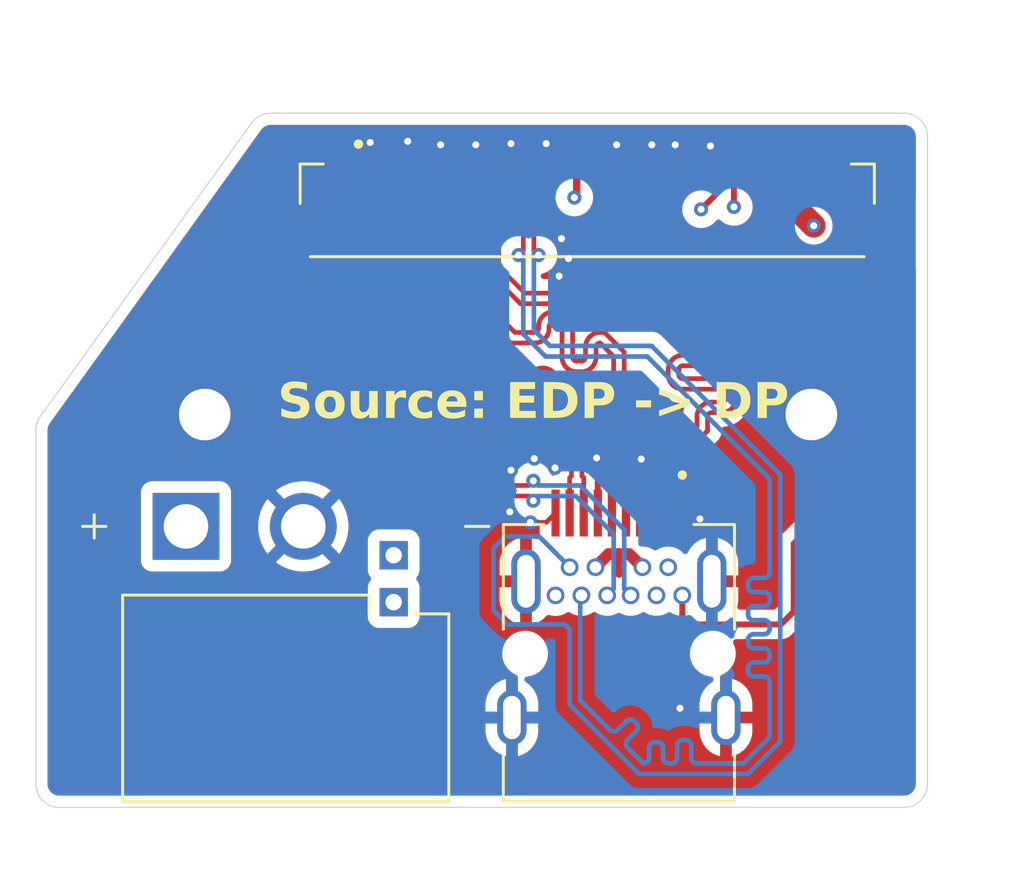
<source format=kicad_pcb>
(kicad_pcb (version 20241229) (generator "pcbnew") (generator_version "9.0")
  (layers (0 "F.Cu" signal) (4 "In1.Cu" power) (6 "In2.Cu" power) (2 "B.Cu" signal) (13 "F.Paste" user) (15 "B.Paste" user) (5 "F.SilkS" user "F.Silkscreen") (7 "B.SilkS" user "B.Silkscreen") (1 "F.Mask" user) (3 "B.Mask" user) (25 "Edge.Cuts" user))
  (net 0 "")
  (net 1 "+3.3V")
  (net 2 "GND")
  (net 3 "AUX_P")
  (net 4 "2_EDP_TX_P")
  (net 5 "2_EDP_TX_N")
  (net 6 "1_EDP_TX_N")
  (net 7 "BLK_PWM_LCD")
  (net 8 "BLK_OFF_N")
  (net 9 "+5V")
  (net 10 "AUX_N")
  (net 11 "3_EDP_TX_P")
  (net 12 "3_EDP_TX_N")
  (net 13 "0_EDP_TX_P")
  (net 14 "0_EDP_TX_N")
  (net 15 "EDP_HPD")
  (net 16 "1_EDP_TX_P")
  (footprint "SnapEDA:AMASS_XT30PW_2_2_-M.G.B" (layer "F.Cu") (at 132.175 112.2)
    (property "Reference" "J2" (hide yes))
    (property "Value" "XT30PW_2_2_-M.G.B")
    (pad "N" thru_hole circle (at 0.75 -7.33) (size 2.85 2.85) (drill 1.9) (layers "*.Cu" "*.Mask") (net 2 "GND"))
    (pad "P" thru_hole rect (at -4.25 -7.33) (size 2.85 2.85) (drill 1.9) (layers "*.Cu" "*.Mask") (net 9 "+5V"))
    (pad "S1" thru_hole rect (at 4.6 -4.1) (size 1.208 1.208) (drill oval 0.7) (layers "*.Cu" "*.Mask") (net 7 "BLK_PWM_LCD"))
    (pad "S2" thru_hole rect (at 4.6 -6.1) (size 1.208 1.208) (drill oval 0.7) (layers "*.Cu" "*.Mask") (net 8 "BLK_OFF_N"))
  )
  (footprint "SnapEDA:AMPHENOL_G46M2013201AWEU" (layer "F.Cu") (at 146.375 110.3)
    (property "Reference" "J3" (hide yes))
    (property "Value" "G46M2013201AWEU")
    (pad "" np_thru_hole circle (at -4 0) (size 1.45 1.45) (drill 1.45) (layers "*.Cu" "*.Mask"))
    (pad "" np_thru_hole circle (at 4 0) (size 1.45 1.45) (drill 1.45) (layers "*.Cu" "*.Mask"))
    (pad "1" smd rect (at 2.7 -6) (size 0.35 2) (layers "F.Cu" "F.Mask" "F.Paste") (net 2 "GND"))
    (pad "2" thru_hole circle (at 2.7 -2.49) (size 0.75 0.75) (drill 0.5) (layers "*.Cu" "*.Mask") (net 15 "EDP_HPD"))
    (pad "3" smd rect (at 2.1 -6) (size 0.35 2) (layers "F.Cu" "F.Mask" "F.Paste") (net 13 "0_EDP_TX_P"))
    (pad "4" thru_hole circle (at 2.1 -3.69) (size 0.75 0.75) (drill 0.5) (layers "*.Cu" "*.Mask") (net 1 "+3.3V"))
    (pad "5" smd rect (at 1.5 -6) (size 0.35 2) (layers "F.Cu" "F.Mask" "F.Paste") (net 14 "0_EDP_TX_N"))
    (pad "6" thru_hole circle (at 1.6 -2.49) (size 0.75 0.75) (drill 0.5) (layers "*.Cu" "*.Mask") (net 1 "+3.3V"))
    (pad "7" smd rect (at 0.9 -6) (size 0.35 2) (layers "F.Cu" "F.Mask" "F.Paste") (net 2 "GND"))
    (pad "8" thru_hole circle (at 1 -3.69) (size 0.75 0.75) (drill 0.5) (layers "*.Cu" "*.Mask") (net 2 "GND"))
    (pad "9" smd rect (at 0.3 -6) (size 0.35 2) (layers "F.Cu" "F.Mask" "F.Paste") (net 16 "1_EDP_TX_P"))
    (pad "10" thru_hole circle (at 0.5 -2.49) (size 0.75 0.75) (drill 0.5) (layers "*.Cu" "*.Mask") (net 11 "3_EDP_TX_P"))
    (pad "11" smd rect (at -0.3 -6) (size 0.35 2) (layers "F.Cu" "F.Mask" "F.Paste") (net 6 "1_EDP_TX_N"))
    (pad "12" thru_hole circle (at -0.5 -2.49) (size 0.75 0.75) (drill 0.5) (layers "*.Cu" "*.Mask") (net 12 "3_EDP_TX_N"))
    (pad "13" smd rect (at -0.9 -6) (size 0.35 2) (layers "F.Cu" "F.Mask" "F.Paste") (net 2 "GND"))
    (pad "14" thru_hole circle (at -1 -3.69) (size 0.75 0.75) (drill 0.5) (layers "*.Cu" "*.Mask") (net 2 "GND"))
    (pad "15" smd rect (at -1.5 -6) (size 0.35 2) (layers "F.Cu" "F.Mask" "F.Paste") (net 4 "2_EDP_TX_P"))
    (pad "16" thru_hole circle (at -1.6 -2.49) (size 0.75 0.75) (drill 0.5) (layers "*.Cu" "*.Mask") (net 3 "AUX_P"))
    (pad "17" smd rect (at -2.1 -6) (size 0.35 2) (layers "F.Cu" "F.Mask" "F.Paste") (net 5 "2_EDP_TX_N"))
    (pad "18" thru_hole circle (at -2.1 -3.69) (size 0.75 0.75) (drill 0.5) (layers "*.Cu" "*.Mask") (net 10 "AUX_N"))
    (pad "19" smd rect (at -2.7 -6) (size 0.35 2) (layers "F.Cu" "F.Mask" "F.Paste") (net 2 "GND"))
    (pad "20" thru_hole circle (at -2.7 -2.49) (size 0.75 0.75) (drill 0.5) (layers "*.Cu" "*.Mask") (net 1 "+3.3V"))
    (pad "S1" thru_hole oval (at -4.56 2.72) (size 1.25 2.35) (drill oval 0.75 1.85) (layers "*.Cu" "*.Mask") (net 2 "GND"))
    (pad "S2" thru_hole oval (at 4.56 2.72) (size 1.25 2.35) (drill oval 0.75 1.85) (layers "*.Cu" "*.Mask") (net 2 "GND"))
    (pad "S3" thru_hole oval (at -3.96 -3.09) (size 1.25 2.75) (drill oval 0.75 2.25) (layers "*.Cu" "*.Mask") (net 2 "GND"))
    (pad "S4" thru_hole oval (at 3.96 -3.09) (size 1.25 2.75) (drill oval 0.75 2.25) (layers "*.Cu" "*.Mask") (net 2 "GND"))
  )
  (footprint "MountingHole:MountingHole_2.2mm_M2_DIN965_Pad_TopBottom" (layer "F.Cu") (at 128.725 100.1)
    (property "Reference" "H1" (hide yes))
    (property "Value" "MountingHole_Pad")
    (pad "1" thru_hole circle (at 0 0) (size 2.6 2.6) (drill 2.2) (layers "*.Cu" "*.Mask") (net 2 "GND"))
    (pad "1" connect circle (at 0 0) (size 3.8 3.8) (layers "F.Cu" "F.Mask") (net 2 "GND"))
    (pad "1" connect circle (at 0 0) (size 3.8 3.8) (layers "B.Cu" "B.Mask") (net 2 "GND"))
  )
  (footprint "SnapEDA:IPEX_20455-040E-76" (layer "F.Cu") (at 145.025 91.47)
    (property "Reference" "J1" (hide yes))
    (property "Value" "20455-040E-76")
    (pad "1" smd rect (at -9.75 -1.92) (size 0.25 0.9) (layers "F.Cu" "F.Mask" "F.Paste"))
    (pad "2" smd rect (at -9.25 -1.92) (size 0.25 0.9) (layers "F.Cu" "F.Mask" "F.Paste") (net 2 "GND"))
    (pad "3" smd rect (at -8.75 -1.92) (size 0.25 0.9) (layers "F.Cu" "F.Mask" "F.Paste") (net 12 "3_EDP_TX_N"))
    (pad "4" smd rect (at -8.25 -1.92) (size 0.25 0.9) (layers "F.Cu" "F.Mask" "F.Paste") (net 11 "3_EDP_TX_P"))
    (pad "5" smd rect (at -7.75 -1.92) (size 0.25 0.9) (layers "F.Cu" "F.Mask" "F.Paste") (net 2 "GND"))
    (pad "6" smd rect (at -7.25 -1.92) (size 0.25 0.9) (layers "F.Cu" "F.Mask" "F.Paste") (net 5 "2_EDP_TX_N"))
    (pad "7" smd rect (at -6.75 -1.92) (size 0.25 0.9) (layers "F.Cu" "F.Mask" "F.Paste") (net 4 "2_EDP_TX_P"))
    (pad "8" smd rect (at -6.25 -1.92) (size 0.25 0.9) (layers "F.Cu" "F.Mask" "F.Paste") (net 2 "GND"))
    (pad "9" smd rect (at -5.75 -1.92) (size 0.25 0.9) (layers "F.Cu" "F.Mask" "F.Paste") (net 6 "1_EDP_TX_N"))
    (pad "10" smd rect (at -5.25 -1.92) (size 0.25 0.9) (layers "F.Cu" "F.Mask" "F.Paste") (net 16 "1_EDP_TX_P"))
    (pad "11" smd rect (at -4.75 -1.92) (size 0.25 0.9) (layers "F.Cu" "F.Mask" "F.Paste") (net 2 "GND"))
    (pad "12" smd rect (at -4.25 -1.92) (size 0.25 0.9) (layers "F.Cu" "F.Mask" "F.Paste") (net 14 "0_EDP_TX_N"))
    (pad "13" smd rect (at -3.75 -1.92) (size 0.25 0.9) (layers "F.Cu" "F.Mask" "F.Paste") (net 13 "0_EDP_TX_P"))
    (pad "14" smd rect (at -3.25 -1.92) (size 0.25 0.9) (layers "F.Cu" "F.Mask" "F.Paste") (net 2 "GND"))
    (pad "15" smd rect (at -2.75 -1.92) (size 0.25 0.9) (layers "F.Cu" "F.Mask" "F.Paste") (net 3 "AUX_P"))
    (pad "16" smd rect (at -2.25 -1.92) (size 0.25 0.9) (layers "F.Cu" "F.Mask" "F.Paste") (net 10 "AUX_N"))
    (pad "17" smd rect (at -1.75 -1.92) (size 0.25 0.9) (layers "F.Cu" "F.Mask" "F.Paste") (net 2 "GND"))
    (pad "18" smd rect (at -1.25 -1.92) (size 0.25 0.9) (layers "F.Cu" "F.Mask" "F.Paste") (net 1 "+3.3V"))
    (pad "19" smd rect (at -0.75 -1.92) (size 0.25 0.9) (layers "F.Cu" "F.Mask" "F.Paste") (net 1 "+3.3V"))
    (pad "20" smd rect (at -0.25 -1.92) (size 0.25 0.9) (layers "F.Cu" "F.Mask" "F.Paste") (net 1 "+3.3V"))
    (pad "21" smd rect (at 0.25 -1.92) (size 0.25 0.9) (layers "F.Cu" "F.Mask" "F.Paste") (net 1 "+3.3V"))
    (pad "22" smd rect (at 0.75 -1.92) (size 0.25 0.9) (layers "F.Cu" "F.Mask" "F.Paste"))
    (pad "23" smd rect (at 1.25 -1.92) (size 0.25 0.9) (layers "F.Cu" "F.Mask" "F.Paste") (net 2 "GND"))
    (pad "24" smd rect (at 1.75 -1.92) (size 0.25 0.9) (layers "F.Cu" "F.Mask" "F.Paste") (net 2 "GND"))
    (pad "25" smd rect (at 2.25 -1.92) (size 0.25 0.9) (layers "F.Cu" "F.Mask" "F.Paste") (net 2 "GND"))
    (pad "26" smd rect (at 2.75 -1.92) (size 0.25 0.9) (layers "F.Cu" "F.Mask" "F.Paste") (net 2 "GND"))
    (pad "27" smd rect (at 3.25 -1.92) (size 0.25 0.9) (layers "F.Cu" "F.Mask" "F.Paste") (net 15 "EDP_HPD"))
    (pad "28" smd rect (at 3.75 -1.92) (size 0.25 0.9) (layers "F.Cu" "F.Mask" "F.Paste") (net 2 "GND"))
    (pad "29" smd rect (at 4.25 -1.92) (size 0.25 0.9) (layers "F.Cu" "F.Mask" "F.Paste") (net 2 "GND"))
    (pad "30" smd rect (at 4.75 -1.92) (size 0.25 0.9) (layers "F.Cu" "F.Mask" "F.Paste") (net 2 "GND"))
    (pad "31" smd rect (at 5.25 -1.92) (size 0.25 0.9) (layers "F.Cu" "F.Mask" "F.Paste") (net 2 "GND"))
    (pad "32" smd rect (at 5.75 -1.92) (size 0.25 0.9) (layers "F.Cu" "F.Mask" "F.Paste") (net 8 "BLK_OFF_N"))
    (pad "33" smd rect (at 6.25 -1.92) (size 0.25 0.9) (layers "F.Cu" "F.Mask" "F.Paste") (net 7 "BLK_PWM_LCD"))
    (pad "34" smd rect (at 6.75 -1.92) (size 0.25 0.9) (layers "F.Cu" "F.Mask" "F.Paste"))
    (pad "35" smd rect (at 7.25 -1.92) (size 0.25 0.9) (layers "F.Cu" "F.Mask" "F.Paste"))
    (pad "36" smd rect (at 7.75 -1.92) (size 0.25 0.9) (layers "F.Cu" "F.Mask" "F.Paste") (net 9 "+5V"))
    (pad "37" smd rect (at 8.25 -1.92) (size 0.25 0.9) (layers "F.Cu" "F.Mask" "F.Paste") (net 9 "+5V"))
    (pad "38" smd rect (at 8.75 -1.92) (size 0.25 0.9) (layers "F.Cu" "F.Mask" "F.Paste") (net 9 "+5V"))
    (pad "39" smd rect (at 9.25 -1.92) (size 0.25 0.9) (layers "F.Cu" "F.Mask" "F.Paste") (net 9 "+5V"))
    (pad "40" smd rect (at 9.75 -1.92) (size 0.25 0.9) (layers "F.Cu" "F.Mask" "F.Paste"))
    (pad "S1" smd rect (at -10.65 -1.92) (size 0.55 0.9) (layers "F.Cu" "F.Mask" "F.Paste") (net 2 "GND"))
    (pad "S2" smd rect (at -12.85 0.9) (size 1.4 1.9) (layers "F.Cu" "F.Mask" "F.Paste") (net 2 "GND"))
    (pad "S3" smd rect (at 10.65 -1.92) (size 0.55 0.9) (layers "F.Cu" "F.Mask" "F.Paste") (net 2 "GND"))
    (pad "S4" smd rect (at 12.85 0.9) (size 1.4 1.9) (layers "F.Cu" "F.Mask" "F.Paste") (net 2 "GND"))
  )
  (footprint "MountingHole:MountingHole_2.2mm_M2_DIN965_Pad_TopBottom" (layer "F.Cu") (at 154.575 100.1)
    (property "Reference" "H2" (hide yes))
    (property "Value" "MountingHole_Pad")
    (pad "1" thru_hole circle (at 0 0) (size 2.6 2.6) (drill 2.2) (layers "*.Cu" "*.Mask") (net 2 "GND"))
    (pad "1" connect circle (at 0 0) (size 3.8 3.8) (layers "F.Cu" "F.Mask") (net 2 "GND"))
    (pad "1" connect circle (at 0 0) (size 3.8 3.8) (layers "B.Cu" "B.Mask") (net 2 "GND"))
  )
  (gr_arc (start 122.525 116.85) (mid 121.817893 116.557107) (end 121.525 115.85) (stroke (width 0.05)) (layer "Edge.Cuts"))
  (gr_line (start 121.713349 100.188294) (end 130.725709 87.665857) (stroke (width 0.05)) (layer "Edge.Cuts"))
  (gr_line (start 159.525 115.85) (end 159.525 88.25) (stroke (width 0.05)) (layer "Edge.Cuts"))
  (gr_arc (start 159.525 115.85) (mid 159.232107 116.557107) (end 158.525 116.85) (stroke (width 0.05)) (layer "Edge.Cuts"))
  (gr_line (start 121.525 115.85) (end 121.525 100.772437) (stroke (width 0.05)) (layer "Edge.Cuts"))
  (gr_arc (start 130.725709 87.665857) (mid 131.081365 87.360001) (end 131.53736 87.25) (stroke (width 0.05)) (layer "Edge.Cuts"))
  (gr_arc (start 121.525 100.772437) (mid 121.573251 100.465558) (end 121.713349 100.188294) (stroke (width 0.05)) (layer "Edge.Cuts"))
  (gr_arc (start 158.525 87.25) (mid 159.232107 87.542893) (end 159.525 88.25) (stroke (width 0.05)) (layer "Edge.Cuts"))
  (gr_line (start 158.525 87.25) (end 131.53736 87.25) (stroke (width 0.05)) (layer "Edge.Cuts"))
  (gr_line (start 122.525 116.85) (end 158.525 116.85) (stroke (width 0.05)) (layer "Edge.Cuts"))
  (gr_text "Source: EDP -> DP" (at 131.825 100.5 0) (layer "F.SilkS") (effects (font (size 1.5 1.5) (thickness 0.3) (bold yes)) (justify left bottom)))
  (segment (start 144.575 90.05) (end 144.575 90.75) (width 0.3175) (layer "F.Cu") (net 1))
  (segment (start 144.575 90.75) (end 144.475 90.85) (width 0.3175) (layer "F.Cu") (net 1))
  (segment (start 144.275 89.55) (end 144.575 89.85) (width 0.3175) (layer "F.Cu") (net 1))
  (segment (start 144.575 89.85) (end 144.575 90.05) (width 0.3175) (layer "F.Cu") (net 1))
  (segment (start 143.775 89.55) (end 145.275 89.55) (width 0.3175) (layer "F.Cu") (net 1))
  (via (at 144.475 90.85) (size 0.6) (drill 0.3) (layers "F.Cu" "B.Cu") (net 1))
  (segment (start 147.775 89.55) (end 147.775 88.6) (width 0.254) (layer "F.Cu") (net 2))
  (segment (start 140.275 89.55) (end 140.275 88.6) (width 0.254) (layer "F.Cu") (net 2))
  (segment (start 138.775 89.55) (end 138.775 88.6) (width 0.254) (layer "F.Cu") (net 2))
  (segment (start 141.775 89.55) (end 141.775 88.55) (width 0.254) (layer "F.Cu") (net 2))
  (segment (start 137.275 88.55) (end 137.375 88.45) (width 0.254) (layer "F.Cu") (net 2))
  (segment (start 149.075 104.3) (end 149.575 104.3) (width 0.254) (layer "F.Cu") (net 2))
  (segment (start 150.275 89.55) (end 150.275 88.65) (width 0.254) (layer "F.Cu") (net 2))
  (segment (start 147.275 102.05) (end 147.325 102) (width 0.254) (layer "F.Cu") (net 2))
  (segment (start 137.275 89.55) (end 137.275 88.55) (width 0.254) (layer "F.Cu") (net 2))
  (segment (start 147.375 106.61) (end 147.375 106.45) (width 0.254) (layer "F.Cu") (net 2))
  (segment (start 146.275 89.55) (end 146.275 88.6) (width 0.254) (layer "F.Cu") (net 2))
  (segment (start 135.775 89.55) (end 135.775 88.5) (width 0.254) (layer "F.Cu") (net 2))
  (segment (start 143.275 104.7) (end 142.6 104.7) (width 0.2) (layer "F.Cu") (net 2))
  (segment (start 149.575 104.3) (end 149.825 104.55) (width 0.254) (layer "F.Cu") (net 2))
  (segment (start 145.375 106.61) (end 145.465 106.61) (width 0.254) (layer "F.Cu") (net 2))
  (segment (start 143.675 104.3) (end 143.275 104.7) (width 0.2) (layer "F.Cu") (net 2))
  (segment (start 145.475 102) (end 145.425 101.95) (width 0.254) (layer "F.Cu") (net 2))
  (segment (start 145.475 104.3) (end 145.475 102) (width 0.254) (layer "F.Cu") (net 2))
  (segment (start 148.775 89.55) (end 148.775 88.6) (width 0.254) (layer "F.Cu") (net 2))
  (segment (start 147.275 104.3) (end 147.275 102.05) (width 0.254) (layer "F.Cu") (net 2))
  (segment (start 143.275 89.55) (end 143.275 88.55) (width 0.254) (layer "F.Cu") (net 2))
  (via (at 140.275 88.6) (size 0.6) (drill 0.3) (layers "F.Cu" "B.Cu") (net 2))
  (via (at 135.775 88.5) (size 0.6) (drill 0.3) (layers "F.Cu" "B.Cu") (net 2))
  (via (at 143.825 94.2) (size 0.6) (drill 0.3) (layers "F.Cu" "B.Cu") (net 2))
  (via (at 141.775 102.475) (size 0.6) (drill 0.3) (layers "F.Cu" "B.Cu") (net 2))
  (via (at 150.275 88.65) (size 0.6) (drill 0.3) (layers "F.Cu" "B.Cu") (net 2))
  (via (at 141.775 88.55) (size 0.6) (drill 0.3) (layers "F.Cu" "B.Cu") (net 2))
  (via (at 145.425 101.95) (size 0.6) (drill 0.3) (layers "F.Cu" "B.Cu") (net 2))
  (via (at 148.775 88.6) (size 0.6) (drill 0.3) (layers "F.Cu" "B.Cu") (net 2))
  (via (at 148.975 112.625) (size 0.6) (drill 0.3) (layers "F.Cu" "B.Cu") (net 2))
  (via (at 147.325 102) (size 0.6) (drill 0.3) (layers "F.Cu" "B.Cu") (net 2))
  (via (at 141.725 104.25) (size 0.6) (drill 0.3) (layers "F.Cu" "B.Cu") (net 2))
  (via (at 146.275 88.6) (size 0.6) (drill 0.3) (layers "F.Cu" "B.Cu") (net 2))
  (via (at 138.775 88.6) (size 0.6) (drill 0.3) (layers "F.Cu" "B.Cu") (net 2))
  (via (at 147.775 88.6) (size 0.6) (drill 0.3) (layers "F.Cu" "B.Cu") (net 2))
  (via (at 149.825 104.55) (size 0.6) (drill 0.3) (layers "F.Cu" "B.Cu") (net 2))
  (via (at 142.767447 101.978722) (size 0.6) (drill 0.3) (layers "F.Cu" "B.Cu") (net 2))
  (via (at 143.925 92.6) (size 0.6) (drill 0.3) (layers "F.Cu" "B.Cu") (net 2))
  (via (at 142.6 104.7) (size 0.6) (drill 0.3) (layers "F.Cu" "B.Cu") (net 2))
  (via (at 137.375 88.45) (size 0.6) (drill 0.3) (layers "F.Cu" "B.Cu") (net 2))
  (via (at 143.65 102.375) (size 0.6) (drill 0.3) (layers "F.Cu" "B.Cu") (net 2))
  (via (at 144.225 93.45) (size 0.6) (drill 0.3) (layers "F.Cu" "B.Cu") (net 2))
  (via (at 143.275 88.55) (size 0.6) (drill 0.3) (layers "F.Cu" "B.Cu") (net 2))
  (segment (start 150.935 113.02) (end 150.935 112.96) (width 0.254) (layer "B.Cu") (net 2))
  (segment (start 142.299999 93.100001) (end 142.1 93.3) (width 0.2) (layer "F.Cu") (net 3))
  (segment (start 142.299999 89.574999) (end 142.299999 93.100001) (width 0.2) (layer "F.Cu") (net 3))
  (segment (start 142.275 89.55) (end 142.299999 89.574999) (width 0.2) (layer "F.Cu") (net 3))
  (via (at 142.1 93.3) (size 0.6) (drill 0.3) (layers "F.Cu" "B.Cu") (net 3))
  (segment (start 149.458198 114.215) (end 149.458198 114.735) (width 0.2) (layer "B.Cu") (net 3))
  (segment (start 150.349059 114.975) (end 151.681802 114.975) (width 0.2) (layer "B.Cu") (net 3))
  (segment (start 147.115846 113.597847) (end 146.748149 113.965541) (width 0.2) (layer "B.Cu") (net 3))
  (segment (start 146.74815 114.304953) (end 146.833004 114.389806) (width 0.2) (layer "B.Cu") (net 3))
  (segment (start 149.698198 114.975) (end 149.818198 114.975) (width 0.2) (layer "B.Cu") (net 3))
  (segment (start 152.119262 110.668228) (end 152.56 110.668228) (width 0.2) (layer "B.Cu") (net 3))
  (segment (start 152.119252 107.068228) (end 152.56 107.068228) (width 0.2) (layer "B.Cu") (net 3))
  (segment (start 152.119256 108.268228) (end 152.56 108.268228) (width 0.2) (layer "B.Cu") (net 3))
  (segment (start 147.292623 114.849425) (end 147.418198 114.975) (width 0.2) (layer "B.Cu") (net 3))
  (segment (start 142.299999 93.499999) (end 142.1 93.3) (width 0.2) (layer "B.Cu") (net 3))
  (segment (start 147.658198 114.735) (end 147.658198 114.315) (width 0.2) (layer "B.Cu") (net 3))
  (segment (start 148.858198 114.735) (end 148.858198 114.215) (width 0.2) (layer "B.Cu") (net 3))
  (segment (start 148.498198 114.975) (end 148.618198 114.975) (width 0.2) (layer "B.Cu") (net 3))
  (segment (start 152.56 111.268228) (end 152.119262 111.268228) (width 0.2) (layer "B.Cu") (net 3))
  (segment (start 149.818198 114.975) (end 150.349059 114.975) (width 0.2) (layer "B.Cu") (net 3))
  (segment (start 152.56 108.868228) (end 152.119256 108.868228) (width 0.2) (layer "B.Cu") (net 3))
  (segment (start 143.25 97.625) (end 142.299999 96.674999) (width 0.2) (layer "B.Cu") (net 3))
  (segment (start 148.258198 114.315) (end 148.258198 114.735) (width 0.2) (layer "B.Cu") (net 3))
  (segment (start 152.8 109.228228) (end 152.8 109.108228) (width 0.2) (layer "B.Cu") (net 3))
  (segment (start 149.098198 113.975) (end 149.218198 113.975) (width 0.2) (layer "B.Cu") (net 3))
  (segment (start 151.681802 114.975) (end 152.8 113.856802) (width 0.2) (layer "B.Cu") (net 3))
  (segment (start 144.725001 107.859999) (end 144.725001 112.281803) (width 0.2) (layer "B.Cu") (net 3))
  (segment (start 151.879252 107.428228) (end 151.879252 107.308228) (width 0.2) (layer "B.Cu") (net 3))
  (segment (start 152.8 102.843198) (end 147.581802 97.625) (width 0.2) (layer "B.Cu") (net 3))
  (segment (start 152.8 106.828228) (end 152.8 106.708228) (width 0.2) (layer "B.Cu") (net 3))
  (segment (start 152.8 108.028228) (end 152.8 107.908228) (width 0.2) (layer "B.Cu") (net 3))
  (segment (start 147.898198 114.075) (end 148.018198 114.075) (width 0.2) (layer "B.Cu") (net 3))
  (segment (start 151.879262 109.828228) (end 151.879262 109.708228) (width 0.2) (layer "B.Cu") (net 3))
  (segment (start 152.56 110.068228) (end 152.119262 110.068228) (width 0.2) (layer "B.Cu") (net 3))
  (segment (start 147.581802 97.625) (end 143.25 97.625) (width 0.2) (layer "B.Cu") (net 3))
  (segment (start 146.323888 113.541279) (end 146.691582 113.173582) (width 0.2) (layer "B.Cu") (net 3))
  (segment (start 144.725001 112.281803) (end 145.984476 113.541278) (width 0.2) (layer "B.Cu") (net 3))
  (segment (start 142.299999 96.674999) (end 142.299999 93.499999) (width 0.2) (layer "B.Cu") (net 3))
  (segment (start 147.030994 113.173583) (end 147.115846 113.258435) (width 0.2) (layer "B.Cu") (net 3))
  (segment (start 144.775 107.81) (end 144.725001 107.859999) (width 0.2) (layer "B.Cu") (net 3))
  (segment (start 152.8 110.428228) (end 152.8 110.308228) (width 0.2) (layer "B.Cu") (net 3))
  (segment (start 151.879262 111.028228) (end 151.879262 110.908228) (width 0.2) (layer "B.Cu") (net 3))
  (segment (start 152.8 113.856802) (end 152.8 111.508228) (width 0.2) (layer "B.Cu") (net 3))
  (segment (start 151.879256 108.628228) (end 151.879256 108.508228) (width 0.2) (layer "B.Cu") (net 3))
  (segment (start 152.8 106.708228) (end 152.8 105.87173) (width 0.2) (layer "B.Cu") (net 3))
  (segment (start 152.119262 109.468228) (end 152.56 109.468228) (width 0.2) (layer "B.Cu") (net 3))
  (segment (start 152.8 105.87173) (end 152.8 102.843198) (width 0.2) (layer "B.Cu") (net 3))
  (segment (start 152.56 107.668228) (end 152.119252 107.668228) (width 0.2) (layer "B.Cu") (net 3))
  (segment (start 146.833004 114.389806) (end 147.292623 114.849425) (width 0.2) (layer "B.Cu") (net 3))
  (arc (start 152.8 107.908228) (mid 152.729706 107.738522) (end 152.56 107.668228) (width 0.2) (layer "B.Cu") (net 3))
  (arc (start 147.418198 114.975) (mid 147.587904 114.904706) (end 147.658198 114.735) (width 0.2) (layer "B.Cu") (net 3))
  (arc (start 152.119252 107.668228) (mid 151.949546 107.597934) (end 151.879252 107.428228) (width 0.2) (layer "B.Cu") (net 3))
  (arc (start 152.56 107.068228) (mid 152.729706 106.997934) (end 152.8 106.828228) (width 0.2) (layer "B.Cu") (net 3))
  (arc (start 152.8 110.308228) (mid 152.729706 110.138522) (end 152.56 110.068228) (width 0.2) (layer "B.Cu") (net 3))
  (arc (start 152.8 109.108228) (mid 152.729706 108.938522) (end 152.56 108.868228) (width 0.2) (layer "B.Cu") (net 3))
  (arc (start 148.258198 114.735) (mid 148.328492 114.904706) (end 148.498198 114.975) (width 0.2) (layer "B.Cu") (net 3))
  (arc (start 146.691582 113.173582) (mid 146.861288 113.103289) (end 147.030994 113.173583) (width 0.2) (layer "B.Cu") (net 3))
  (arc (start 152.119262 110.068228) (mid 151.949556 109.997934) (end 151.879262 109.828228) (width 0.2) (layer "B.Cu") (net 3))
  (arc (start 151.879252 107.308228) (mid 151.949546 107.138522) (end 152.119252 107.068228) (width 0.2) (layer "B.Cu") (net 3))
  (arc (start 151.879262 109.708228) (mid 151.949556 109.538522) (end 152.119262 109.468228) (width 0.2) (layer "B.Cu") (net 3))
  (arc (start 152.56 110.668228) (mid 152.729706 110.597934) (end 152.8 110.428228) (width 0.2) (layer "B.Cu") (net 3))
  (arc (start 148.018198 114.075) (mid 148.187904 114.145294) (end 148.258198 114.315) (width 0.2) (layer "B.Cu") (net 3))
  (arc (start 148.858198 114.215) (mid 148.928492 114.045294) (end 149.098198 113.975) (width 0.2) (layer "B.Cu") (net 3))
  (arc (start 149.218198 113.975) (mid 149.387904 114.045294) (end 149.458198 114.215) (width 0.2) (layer "B.Cu") (net 3))
  (arc (start 152.8 111.508228) (mid 152.729706 111.338522) (end 152.56 111.268228) (width 0.2) (layer "B.Cu") (net 3))
  (arc (start 145.984476 113.541278) (mid 146.154182 113.611572) (end 146.323888 113.541279) (width 0.2) (layer "B.Cu") (net 3))
  (arc (start 152.119262 111.268228) (mid 151.949556 111.197934) (end 151.879262 111.028228) (width 0.2) (layer "B.Cu") (net 3))
  (arc (start 147.658198 114.315) (mid 147.728492 114.145294) (end 147.898198 114.075) (width 0.2) (layer "B.Cu") (net 3))
  (arc (start 147.115846 113.258435) (mid 147.18614 113.42814) (end 147.115846 113.597847) (width 0.2) (layer "B.Cu") (net 3))
  (arc (start 152.119256 108.868228) (mid 151.94955 108.797934) (end 151.879256 108.628228) (width 0.2) (layer "B.Cu") (net 3))
  (arc (start 151.879256 108.508228) (mid 151.94955 108.338522) (end 152.119256 108.268228) (width 0.2) (layer "B.Cu") (net 3))
  (arc (start 152.56 108.268228) (mid 152.729706 108.197934) (end 152.8 108.028228) (width 0.2) (layer "B.Cu") (net 3))
  (arc (start 146.748149 113.965541) (mid 146.677856 114.135247) (end 146.74815 114.304953) (width 0.2) (layer "B.Cu") (net 3))
  (arc (start 151.879262 110.908228) (mid 151.949556 110.738522) (end 152.119262 110.668228) (width 0.2) (layer "B.Cu") (net 3))
  (arc (start 148.618198 114.975) (mid 148.787904 114.904706) (end 148.858198 114.735) (width 0.2) (layer "B.Cu") (net 3))
  (arc (start 149.458198 114.735) (mid 149.528492 114.904706) (end 149.698198 114.975) (width 0.2) (layer "B.Cu") (net 3))
  (arc (start 152.56 109.468228) (mid 152.729706 109.397934) (end 152.8 109.228228) (width 0.2) (layer "B.Cu") (net 3))
  (segment (start 138.275 90.225001) (end 138.275 89.55) (width 0.2) (layer "F.Cu") (net 4))
  (segment (start 142.848189 100.188874) (end 143.131032 99.906031) (width 0.2) (layer "F.Cu") (net 4))
  (segment (start 143.131032 99.906032) (end 143.29013 99.746934) (width 0.2) (layer "F.Cu") (net 4))
  (segment (start 139.86066 98.049873) (end 139.719238 97.908451) (width 0.2) (layer "F.Cu") (net 4))
  (segment (start 143.237101 100.577786) (end 142.936582 100.878306) (width 0.2) (layer "F.Cu") (net 4))
  (segment (start 144.8 101.981802) (end 144.390901 101.572703) (width 0.2) (layer "F.Cu") (net 4))
  (segment (start 144.390901 100.847703) (end 144.120985 100.577787) (width 0.2) (layer "F.Cu") (net 4))
  (segment (start 141.133453 99.075178) (end 141.433973 98.774659) (width 0.2) (layer "F.Cu") (net 4))
  (segment (start 138.994455 96.33514) (end 138.693936 96.63566) (width 0.2) (layer "F.Cu") (net 4))
  (segment (start 143.29013 99.746934) (end 143.714394 99.322669) (width 0.2) (layer "F.Cu") (net 4))
  (segment (start 142.68909 98.297365) (end 142.264825 98.721629) (width 0.2) (layer "F.Cu") (net 4))
  (segment (start 144.875 102.799999) (end 144.8 102.724999) (width 0.2) (layer "F.Cu") (net 4))
  (segment (start 143.714394 98.438787) (end 143.572972 98.297365) (width 0.2) (layer "F.Cu") (net 4))
  (segment (start 142.264825 98.721629) (end 141.981982 99.004471) (width 0.2) (layer "F.Cu") (net 4))
  (segment (start 138.25 90.250001) (end 138.275 90.225001) (width 0.2) (layer "F.Cu") (net 4))
  (segment (start 141.292552 97.749355) (end 141.292551 97.749354) (width 0.2) (layer "F.Cu") (net 4))
  (segment (start 144.8 102.724999) (end 144.8 101.981802) (width 0.2) (layer "F.Cu") (net 4))
  (segment (start 138.446446 96.635659) (end 138.305024 96.494237) (width 0.2) (layer "F.Cu") (net 4))
  (segment (start 142.689092 100.878305) (end 142.54767 100.736883) (width 0.2) (layer "F.Cu") (net 4))
  (segment (start 144.875 104.3) (end 144.875 102.799999) (width 0.2) (layer "F.Cu") (net 4))
  (segment (start 143.131032 99.906031) (end 143.131032 99.906032) (width 0.2) (layer "F.Cu") (net 4))
  (segment (start 138.25 94.706802) (end 138.25 90.250001) (width 0.2) (layer "F.Cu") (net 4))
  (segment (start 141.274876 99.46409) (end 141.133454 99.322668) (width 0.2) (layer "F.Cu") (net 4))
  (segment (start 138.305025 96.246749) (end 138.605543 95.946228) (width 0.2) (layer "F.Cu") (net 4))
  (segment (start 144.390901 101.572703) (end 144.390901 100.847703) (width 0.2) (layer "F.Cu") (net 4))
  (segment (start 141.433973 97.890777) (end 141.292552 97.749355) (width 0.2) (layer "F.Cu") (net 4))
  (segment (start 142.547671 100.489395) (end 142.848189 100.188874) (width 0.2) (layer "F.Cu") (net 4))
  (segment (start 144.120985 100.577787) (end 144.120983 100.577786) (width 0.2) (layer "F.Cu") (net 4))
  (segment (start 140.019757 96.47656) (end 139.878338 96.335142) (width 0.2) (layer "F.Cu") (net 4))
  (segment (start 141.822884 99.16357) (end 141.522364 99.464089) (width 0.2) (layer "F.Cu") (net 4))
  (segment (start 139.878338 96.335142) (end 139.878337 96.33514) (width 0.2) (layer "F.Cu") (net 4))
  (segment (start 140.408669 97.749354) (end 140.10815 98.049874) (width 0.2) (layer "F.Cu") (net 4))
  (segment (start 138.464124 94.920928) (end 138.25 94.706802) (width 0.2) (layer "F.Cu") (net 4))
  (segment (start 141.981982 99.004471) (end 141.822884 99.16357) (width 0.2) (layer "F.Cu") (net 4))
  (segment (start 138.605543 95.062346) (end 138.464124 94.920928) (width 0.2) (layer "F.Cu") (net 4))
  (segment (start 139.719239 97.660963) (end 140.019757 97.360442) (width 0.2) (layer "F.Cu") (net 4))
  (arc (start 138.305024 96.494237) (mid 138.253768 96.370494) (end 138.305025 96.246749) (width 0.2) (layer "F.Cu") (net 4))
  (arc (start 144.120983 100.577786) (mid 143.679043 100.394729) (end 143.237101 100.577786) (width 0.2) (layer "F.Cu") (net 4))
  (arc (start 141.133454 99.322668) (mid 141.082196 99.198923) (end 141.133453 99.075178) (width 0.2) (layer "F.Cu") (net 4))
  (arc (start 141.433973 98.774659) (mid 141.61703 98.332717) (end 141.433973 97.890777) (width 0.2) (layer "F.Cu") (net 4))
  (arc (start 140.019757 97.360442) (mid 140.202816 96.918502) (end 140.019757 96.47656) (width 0.2) (layer "F.Cu") (net 4))
  (arc (start 138.693936 96.63566) (mid 138.570191 96.686917) (end 138.446446 96.635659) (width 0.2) (layer "F.Cu") (net 4))
  (arc (start 141.522364 99.464089) (mid 141.398619 99.515346) (end 141.274876 99.46409) (width 0.2) (layer "F.Cu") (net 4))
  (arc (start 143.572972 98.297365) (mid 143.131031 98.114307) (end 142.68909 98.297365) (width 0.2) (layer "F.Cu") (net 4))
  (arc (start 142.936582 100.878306) (mid 142.812837 100.929563) (end 142.689092 100.878305) (width 0.2) (layer "F.Cu") (net 4))
  (arc (start 138.605543 95.946228) (mid 138.788602 95.504288) (end 138.605543 95.062346) (width 0.2) (layer "F.Cu") (net 4))
  (arc (start 142.54767 100.736883) (mid 142.496414 100.61314) (end 142.547671 100.489395) (width 0.2) (layer "F.Cu") (net 4))
  (arc (start 141.292551 97.749354) (mid 140.850611 97.566297) (end 140.408669 97.749354) (width 0.2) (layer "F.Cu") (net 4))
  (arc (start 140.10815 98.049874) (mid 139.984405 98.101131) (end 139.86066 98.049873) (width 0.2) (layer "F.Cu") (net 4))
  (arc (start 139.719238 97.908451) (mid 139.667982 97.784708) (end 139.719239 97.660963) (width 0.2) (layer "F.Cu") (net 4))
  (arc (start 139.878337 96.33514) (mid 139.436397 96.152083) (end 138.994455 96.33514) (width 0.2) (layer "F.Cu") (net 4))
  (arc (start 143.714394 99.322669) (mid 143.897452 98.880728) (end 143.714394 98.438787) (width 0.2) (layer "F.Cu") (net 4))
  (segment (start 139.70156 96.794757) (end 139.560142 96.653338) (width 0.2) (layer "F.Cu") (net 5))
  (segment (start 142.971934 99.428737) (end 143.396198 99.004473) (width 0.2) (layer "F.Cu") (net 5))
  (segment (start 142.812835 99.587835) (end 142.971934 99.428737) (width 0.2) (layer "F.Cu") (net 5))
  (segment (start 137.775 90.225001) (end 137.775 89.55) (width 0.2) (layer "F.Cu") (net 5))
  (segment (start 144.35 103.4) (end 144.275 103.475) (width 0.2) (layer "F.Cu") (net 5))
  (segment (start 144.35 102.724999) (end 144.35 102.168198) (width 0.2) (layer "F.Cu") (net 5))
  (segment (start 139.312652 96.653338) (end 139.012131 96.953856) (width 0.2) (layer "F.Cu") (net 5))
  (segment (start 142.370895 101.196502) (end 142.229473 101.05508) (width 0.2) (layer "F.Cu") (net 5))
  (segment (start 139.401041 97.342766) (end 139.701561 97.042247) (width 0.2) (layer "F.Cu") (net 5))
  (segment (start 138.128249 96.953856) (end 137.986827 96.812434) (width 0.2) (layer "F.Cu") (net 5))
  (segment (start 140.956678 99.782285) (end 140.815256 99.640863) (width 0.2) (layer "F.Cu") (net 5))
  (segment (start 143.396198 98.756984) (end 143.254776 98.615562) (width 0.2) (layer "F.Cu") (net 5))
  (segment (start 143.802787 100.895985) (end 143.802786 100.895983) (width 0.2) (layer "F.Cu") (net 5))
  (segment (start 142.229473 100.171198) (end 142.529993 99.870679) (width 0.2) (layer "F.Cu") (net 5))
  (segment (start 140.974355 98.067552) (end 140.974354 98.067551) (width 0.2) (layer "F.Cu") (net 5))
  (segment (start 138.145928 95.239124) (end 137.8 94.893198) (width 0.2) (layer "F.Cu") (net 5))
  (segment (start 139.542463 98.36807) (end 139.401041 98.226648) (width 0.2) (layer "F.Cu") (net 5))
  (segment (start 140.726866 98.067552) (end 140.426345 98.36807) (width 0.2) (layer "F.Cu") (net 5))
  (segment (start 141.115775 98.208972) (end 140.974355 98.067552) (width 0.2) (layer "F.Cu") (net 5))
  (segment (start 139.560142 96.653338) (end 139.56014 96.653337) (width 0.2) (layer "F.Cu") (net 5))
  (segment (start 143.940901 101.034099) (end 143.802787 100.895985) (width 0.2) (layer "F.Cu") (net 5))
  (segment (start 142.583022 99.039826) (end 142.30018 99.322669) (width 0.2) (layer "F.Cu") (net 5))
  (segment (start 137.8 94.893198) (end 137.8 90.250001) (width 0.2) (layer "F.Cu") (net 5))
  (segment (start 143.555298 100.895984) (end 143.254777 101.196502) (width 0.2) (layer "F.Cu") (net 5))
  (segment (start 143.007287 98.615562) (end 142.583022 99.039826) (width 0.2) (layer "F.Cu") (net 5))
  (segment (start 144.35 102.168198) (end 143.940901 101.759099) (width 0.2) (layer "F.Cu") (net 5))
  (segment (start 138.287346 95.380543) (end 138.145928 95.239124) (width 0.2) (layer "F.Cu") (net 5))
  (segment (start 143.940901 101.759099) (end 143.940901 101.034099) (width 0.2) (layer "F.Cu") (net 5))
  (segment (start 142.30018 99.322669) (end 142.141081 99.481767) (width 0.2) (layer "F.Cu") (net 5))
  (segment (start 144.275 102.799999) (end 144.35 102.724999) (width 0.2) (layer "F.Cu") (net 5))
  (segment (start 142.141081 99.481767) (end 141.840562 99.782287) (width 0.2) (layer "F.Cu") (net 5))
  (segment (start 142.812836 99.587836) (end 142.812835 99.587835) (width 0.2) (layer "F.Cu") (net 5))
  (segment (start 142.529993 99.870679) (end 142.812836 99.587836) (width 0.2) (layer "F.Cu") (net 5))
  (segment (start 140.815256 98.756981) (end 141.115776 98.456462) (width 0.2) (layer "F.Cu") (net 5))
  (segment (start 144.275 104.3) (end 144.275 102.799999) (width 0.2) (layer "F.Cu") (net 5))
  (segment (start 137.986827 95.928552) (end 138.287347 95.628033) (width 0.2) (layer "F.Cu") (net 5))
  (segment (start 137.8 90.250001) (end 137.775 90.225001) (width 0.2) (layer "F.Cu") (net 5))
  (arc (start 139.56014 96.653337) (mid 139.436397 96.602081) (end 139.312652 96.653338) (width 0.2) (layer "F.Cu") (net 5))
  (arc (start 139.401041 98.226648) (mid 139.217984 97.784708) (end 139.401041 97.342766) (width 0.2) (layer "F.Cu") (net 5))
  (arc (start 143.802786 100.895983) (mid 143.679043 100.844727) (end 143.555298 100.895984) (width 0.2) (layer "F.Cu") (net 5))
  (arc (start 140.426345 98.36807) (mid 139.984405 98.551129) (end 139.542463 98.36807) (width 0.2) (layer "F.Cu") (net 5))
  (arc (start 143.254777 101.196502) (mid 142.812837 101.379561) (end 142.370895 101.196502) (width 0.2) (layer "F.Cu") (net 5))
  (arc (start 140.815256 99.640863) (mid 140.632199 99.198923) (end 140.815256 98.756981) (width 0.2) (layer "F.Cu") (net 5))
  (arc (start 139.701561 97.042247) (mid 139.752818 96.918502) (end 139.70156 96.794757) (width 0.2) (layer "F.Cu") (net 5))
  (arc (start 143.254776 98.615562) (mid 143.131032 98.564305) (end 143.007287 98.615562) (width 0.2) (layer "F.Cu") (net 5))
  (arc (start 139.012131 96.953856) (mid 138.570191 97.136915) (end 138.128249 96.953856) (width 0.2) (layer "F.Cu") (net 5))
  (arc (start 137.986827 96.812434) (mid 137.80377 96.370494) (end 137.986827 95.928552) (width 0.2) (layer "F.Cu") (net 5))
  (arc (start 142.229473 101.05508) (mid 142.046416 100.61314) (end 142.229473 100.171198) (width 0.2) (layer "F.Cu") (net 5))
  (arc (start 141.115776 98.456462) (mid 141.167033 98.332717) (end 141.115775 98.208972) (width 0.2) (layer "F.Cu") (net 5))
  (arc (start 138.287347 95.628033) (mid 138.338604 95.504288) (end 138.287346 95.380543) (width 0.2) (layer "F.Cu") (net 5))
  (arc (start 141.840562 99.782287) (mid 141.39862 99.965344) (end 140.956678 99.782285) (width 0.2) (layer "F.Cu") (net 5))
  (arc (start 143.396198 99.004473) (mid 143.447455 98.880728) (end 143.396198 98.756984) (width 0.2) (layer "F.Cu") (net 5))
  (arc (start 140.974354 98.067551) (mid 140.850611 98.016295) (end 140.726866 98.067552) (width 0.2) (layer "F.Cu") (net 5))
  (segment (start 143.95 96.425) (end 143.95 96.35) (width 0.2) (layer "F.Cu") (net 6))
  (segment (start 146.15 98.490463) (end 146.15 97.625) (width 0.2) (layer "F.Cu") (net 6))
  (segment (start 146.075 104.3) (end 146.075 102.799999) (width 0.2) (layer "F.Cu") (net 6))
  (segment (start 141.756802 97.05) (end 139.3 94.593198) (width 0.2) (layer "F.Cu") (net 6))
  (segment (start 142.284536 97.05) (end 141.756802 97.05) (width 0.2) (layer "F.Cu") (net 6))
  (segment (start 147.2 99.315463) (end 146.775 99.315463) (width 0.2) (layer "F.Cu") (net 6))
  (segment (start 145.55 99.865463) (end 145.975 99.865463) (width 0.2) (layer "F.Cu") (net 6))
  (segment (start 145.975 101.315463) (end 145.55 101.315463) (width 0.2) (layer "F.Cu") (net 6))
  (segment (start 146.15 102.724999) (end 146.15 101.490463) (width 0.2) (layer "F.Cu") (net 6))
  (segment (start 142.775 97.05) (end 142.575 97.05) (width 0.2) (layer "F.Cu") (net 6))
  (segment (start 146.775 99.865463) (end 147.2 99.865463) (width 0.2) (layer "F.Cu") (net 6))
  (segment (start 142.575 97.05) (end 142.284536 97.05) (width 0.2) (layer "F.Cu") (net 6))
  (segment (start 143.95 97.65) (end 143.95 97.225) (width 0.2) (layer "F.Cu") (net 6))
  (segment (start 139.3 90.250001) (end 139.275 90.225001) (width 0.2) (layer "F.Cu") (net 6))
  (segment (start 144.925 100.690463) (end 144.925 100.490463) (width 0.2) (layer "F.Cu") (net 6))
  (segment (start 145.4 97.225) (end 145.4 97.65) (width 0.2) (layer "F.Cu") (net 6))
  (segment (start 146.15 97.625) (end 145.575 97.05) (width 0.2) (layer "F.Cu") (net 6))
  (segment (start 143.95 97.225) (end 143.95 96.425) (width 0.2) (layer "F.Cu") (net 6))
  (segment (start 145.975 99.865463) (end 146.775 99.865463) (width 0.2) (layer "F.Cu") (net 6))
  (segment (start 144.775 98.275) (end 144.575 98.275) (width 0.2) (layer "F.Cu") (net 6))
  (segment (start 143.4 96.35) (end 143.4 96.425) (width 0.2) (layer "F.Cu") (net 6))
  (segment (start 143.775 96.175) (end 143.575 96.175) (width 0.2) (layer "F.Cu") (net 6))
  (segment (start 139.275 90.225001) (end 139.275 89.55) (width 0.2) (layer "F.Cu") (net 6))
  (segment (start 146.15 98.690463) (end 146.15 98.490463) (width 0.2) (layer "F.Cu") (net 6))
  (segment (start 146.075 102.799999) (end 146.15 102.724999) (width 0.2) (layer "F.Cu") (net 6))
  (segment (start 147.375 99.690463) (end 147.375 99.490463) (width 0.2) (layer "F.Cu") (net 6))
  (segment (start 139.3 94.593198) (end 139.3 90.250001) (width 0.2) (layer "F.Cu") (net 6))
  (arc (start 144.925 100.490463) (mid 145.108058 100.048521) (end 145.55 99.865463) (width 0.2) (layer "F.Cu") (net 6))
  (arc (start 147.375 99.490463) (mid 147.323744 99.366719) (end 147.2 99.315463) (width 0.2) (layer "F.Cu") (net 6))
  (arc (start 144.575 98.275) (mid 144.133058 98.091942) (end 143.95 97.65) (width 0.2) (layer "F.Cu") (net 6))
  (arc (start 145.575 97.05) (mid 145.451256 97.101256) (end 145.4 97.225) (width 0.2) (layer "F.Cu") (net 6))
  (arc (start 143.575 96.175) (mid 143.451256 96.226256) (end 143.4 96.35) (width 0.2) (layer "F.Cu") (net 6))
  (arc (start 145.4 97.65) (mid 145.216942 98.091942) (end 144.775 98.275) (width 0.2) (layer "F.Cu") (net 6))
  (arc (start 143.4 96.425) (mid 143.216942 96.866942) (end 142.775 97.05) (width 0.2) (layer "F.Cu") (net 6))
  (arc (start 147.2 99.865463) (mid 147.323744 99.814207) (end 147.375 99.690463) (width 0.2) (layer "F.Cu") (net 6))
  (arc (start 145.55 101.315463) (mid 145.108058 101.132405) (end 144.925 100.690463) (width 0.2) (layer "F.Cu") (net 6))
  (arc (start 146.15 101.490463) (mid 146.098744 101.366719) (end 145.975 101.315463) (width 0.2) (layer "F.Cu") (net 6))
  (arc (start 146.775 99.315463) (mid 146.333058 99.132405) (end 146.15 98.690463) (width 0.2) (layer "F.Cu") (net 6))
  (arc (start 143.95 96.35) (mid 143.898744 96.226256) (end 143.775 96.175) (width 0.2) (layer "F.Cu") (net 6))
  (segment (start 151.275 89.55) (end 151.275 91.25) (width 0.254) (layer "F.Cu") (net 7))
  (via (at 151.275 91.25) (size 0.6) (drill 0.3) (layers "F.Cu" "B.Cu") (net 7))
  (segment (start 150.775 89.55) (end 150.775 90.45) (width 0.254) (layer "F.Cu") (net 8))
  (segment (start 150.775 90.45) (end 149.875 91.35) (width 0.254) (layer "F.Cu") (net 8))
  (via (at 149.875 91.35) (size 0.6) (drill 0.3) (layers "F.Cu" "B.Cu") (net 8))
  (segment (start 153.275 89.55) (end 153.775 89.55) (width 1.016) (layer "F.Cu") (net 9))
  (segment (start 153.275 90.65) (end 153.275 89.55) (width 1.016) (layer "F.Cu") (net 9))
  (segment (start 154.675 92.05) (end 153.275 90.65) (width 1.016) (layer "F.Cu") (net 9))
  (via (at 154.675 92.05) (size 0.6) (drill 0.3) (layers "F.Cu" "B.Cu") (net 9))
  (segment (start 142.750001 89.574999) (end 142.750001 93.100001) (width 0.2) (layer "F.Cu") (net 10))
  (segment (start 142.750001 93.100001) (end 142.95 93.3) (width 0.2) (layer "F.Cu") (net 10))
  (segment (start 142.775 89.55) (end 142.750001 89.574999) (width 0.2) (layer "F.Cu") (net 10))
  (via (at 142.95 93.3) (size 0.6) (drill 0.3) (layers "F.Cu" "B.Cu") (net 10))
  (segment (start 144.275 106.6) (end 142.975 105.3) (width 0.2) (layer "B.Cu") (net 10))
  (segment (start 143.436394 97.175) (end 142.750001 96.488607) (width 0.2) (layer "B.Cu") (net 10))
  (segment (start 147.768198 97.175) (end 143.436394 97.175) (width 0.2) (layer "B.Cu") (net 10))
  (segment (start 153.25 114.043198) (end 153.25 102.656802) (width 0.2) (layer "B.Cu") (net 10))
  (segment (start 144.075 109.05) (end 144.275 109.25) (width 0.2) (layer "B.Cu") (net 10))
  (segment (start 141.025 105.8) (end 141.025 108.45) (width 0.2) (layer "B.Cu") (net 10))
  (segment (start 153.25 102.656802) (end 147.768198 97.175) (width 0.2) (layer "B.Cu") (net 10))
  (segment (start 142.975 105.3) (end 141.525 105.3) (width 0.2) (layer "B.Cu") (net 10))
  (segment (start 141.625 109.05) (end 144.075 109.05) (width 0.2) (layer "B.Cu") (net 10))
  (segment (start 142.750001 96.488607) (end 142.750001 93.499999) (width 0.2) (layer "B.Cu") (net 10))
  (segment (start 144.275 112.468198) (end 147.231802 115.425) (width 0.2) (layer "B.Cu") (net 10))
  (segment (start 141.025 108.45) (end 141.625 109.05) (width 0.2) (layer "B.Cu") (net 10))
  (segment (start 151.868198 115.425) (end 153.25 114.043198) (width 0.2) (layer "B.Cu") (net 10))
  (segment (start 144.275 106.61) (end 144.275 106.6) (width 0.2) (layer "B.Cu") (net 10))
  (segment (start 147.231802 115.425) (end 151.868198 115.425) (width 0.2) (layer "B.Cu") (net 10))
  (segment (start 141.525 105.3) (end 141.025 105.8) (width 0.2) (layer "B.Cu") (net 10))
  (segment (start 144.275 109.25) (end 144.275 112.468198) (width 0.2) (layer "B.Cu") (net 10))
  (segment (start 142.750001 93.499999) (end 142.95 93.3) (width 0.2) (layer "B.Cu") (net 10))
  (segment (start 136.775 89.55) (end 136.750001 89.574999) (width 0.2) (layer "F.Cu") (net 11))
  (segment (start 142.725 102.925) (end 142.525001 103.124999) (width 0.2) (layer "F.Cu") (net 11))
  (segment (start 142.525001 103.124999) (end 139.536393 103.124999) (width 0.2) (layer "F.Cu") (net 11))
  (segment (start 136.75 90.250001) (end 136.775 90.225001) (width 0.2) (layer "F.Cu") (net 11))
  (segment (start 139.536393 103.124999) (end 136.75 100.338606) (width 0.2) (layer "F.Cu") (net 11))
  (segment (start 136.775 90.225001) (end 136.775 89.55) (width 0.2) (layer "F.Cu") (net 11))
  (segment (start 136.75 100.338606) (end 136.75 90.250001) (width 0.2) (layer "F.Cu") (net 11))
  (via (at 142.725 102.925) (size 0.6) (drill 0.3) (layers "F.Cu" "B.Cu") (net 11))
  (segment (start 144.718197 103.124999) (end 142.924999 103.124999) (width 0.2) (layer "B.Cu") (net 11))
  (segment (start 146.6 107.535) (end 146.6 105.006802) (width 0.2) (layer "B.Cu") (net 11))
  (segment (start 146.875 107.81) (end 146.6 107.535) (width 0.2) (layer "B.Cu") (net 11))
  (segment (start 142.924999 103.124999) (end 142.725 102.925) (width 0.2) (layer "B.Cu") (net 11))
  (segment (start 146.6 105.006802) (end 144.718197 103.124999) (width 0.2) (layer "B.Cu") (net 11))
  (segment (start 136.3 90.250001) (end 136.275 90.225001) (width 0.2) (layer "F.Cu") (net 12))
  (segment (start 136.3 100.525) (end 136.3 90.250001) (width 0.2) (layer "F.Cu") (net 12))
  (segment (start 136.275 89.55) (end 136.299999 89.574999) (width 0.2) (layer "F.Cu") (net 12))
  (segment (start 142.725 103.775) (end 142.525001 103.575001) (width 0.2) (layer "F.Cu") (net 12))
  (segment (start 139.350001 103.575001) (end 136.3 100.525) (width 0.2) (layer "F.Cu") (net 12))
  (segment (start 142.525001 103.575001) (end 139.350001 103.575001) (width 0.2) (layer "F.Cu") (net 12))
  (segment (start 136.275 90.225001) (end 136.275 89.55) (width 0.2) (layer "F.Cu") (net 12))
  (via (at 142.725 103.775) (size 0.6) (drill 0.3) (layers "F.Cu" "B.Cu") (net 12))
  (segment (start 142.924999 103.575001) (end 142.725 103.775) (width 0.2) (layer "B.Cu") (net 12))
  (segment (start 144.531803 103.575001) (end 142.924999 103.575001) (width 0.2) (layer "B.Cu") (net 12))
  (segment (start 146.15 105.193198) (end 144.531803 103.575001) (width 0.2) (layer "B.Cu") (net 12))
  (segment (start 145.875 107.81) (end 146.15 107.535) (width 0.2) (layer "B.Cu") (net 12))
  (segment (start 146.15 107.535) (end 146.15 105.193198) (width 0.2) (layer "B.Cu") (net 12))
  (segment (start 150.15 96.256802) (end 150.018198 96.125) (width 0.2) (layer "F.Cu") (net 13))
  (segment (start 150.018198 96.125) (end 148.818198 94.925) (width 0.2) (layer "F.Cu") (net 13))
  (segment (start 150.15 100.793198) (end 150.15 100.194336) (width 0.2) (layer "F.Cu") (net 13))
  (segment (start 150.75 98.569336) (end 150.325 98.569336) (width 0.2) (layer "F.Cu") (net 13))
  (segment (start 148.475 104.3) (end 148.475 102.799999) (width 0.2) (layer "F.Cu") (net 13))
  (segment (start 142.368198 94.925) (end 141.25 93.806802) (width 0.2) (layer "F.Cu") (net 13))
  (segment (start 150.15 97.394336) (end 150.15 97.194336) (width 0.2) (layer "F.Cu") (net 13))
  (segment (start 150.325 100.019336) (end 150.75 100.019336) (width 0.2) (layer "F.Cu") (net 13))
  (segment (start 148.475 102.799999) (end 148.4 102.724999) (width 0.2) (layer "F.Cu") (net 13))
  (segment (start 148.4 102.724999) (end 148.4 102.543198) (width 0.2) (layer "F.Cu") (net 13))
  (segment (start 148.818198 94.925) (end 142.368198 94.925) (width 0.2) (layer "F.Cu") (net 13))
  (segment (start 149.525 98.569336) (end 149.1 98.569336) (width 0.2) (layer "F.Cu") (net 13))
  (segment (start 141.275 90.225001) (end 141.275 89.55) (width 0.2) (layer "F.Cu") (net 13))
  (segment (start 151.375 99.394336) (end 151.375 99.194336) (width 0.2) (layer "F.Cu") (net 13))
  (segment (start 148.925 98.394336) (end 148.925 98.194336) (width 0.2) (layer "F.Cu") (net 13))
  (segment (start 149.1 98.019336) (end 149.525 98.019336) (width 0.2) (layer "F.Cu") (net 13))
  (segment (start 141.25 93.806802) (end 141.25 90.250001) (width 0.2) (layer "F.Cu") (net 13))
  (segment (start 150.15 97.194336) (end 150.15 96.256802) (width 0.2) (layer "F.Cu") (net 13))
  (segment (start 150.325 98.569336) (end 149.525 98.569336) (width 0.2) (layer "F.Cu") (net 13))
  (segment (start 148.4 102.543198) (end 150.15 100.793198) (width 0.2) (layer "F.Cu") (net 13))
  (segment (start 141.25 90.250001) (end 141.275 90.225001) (width 0.2) (layer "F.Cu") (net 13))
  (arc (start 148.925 98.194336) (mid 148.976256 98.070592) (end 149.1 98.019336) (width 0.2) (layer "F.Cu") (net 13))
  (arc (start 151.375 99.194336) (mid 151.191942 98.752394) (end 150.75 98.569336) (width 0.2) (layer "F.Cu") (net 13))
  (arc (start 149.525 98.019336) (mid 149.966942 97.836278) (end 150.15 97.394336) (width 0.2) (layer "F.Cu") (net 13))
  (arc (start 149.1 98.569336) (mid 148.976256 98.51808) (end 148.925 98.394336) (width 0.2) (layer "F.Cu") (net 13))
  (arc (start 150.75 100.019336) (mid 151.191942 99.836278) (end 151.375 99.394336) (width 0.2) (layer "F.Cu") (net 13))
  (arc (start 150.15 100.194336) (mid 150.201256 100.070592) (end 150.325 100.019336) (width 0.2) (layer "F.Cu") (net 13))
  (segment (start 149.7 97.394336) (end 149.7 97.194336) (width 0.2) (layer "F.Cu") (net 14))
  (segment (start 142.181802 95.375) (end 140.8 93.993198) (width 0.2) (layer "F.Cu") (net 14))
  (segment (start 149.525 99.019336) (end 149.1 99.019336) (width 0.2) (layer "F.Cu") (net 14))
  (segment (start 140.8 90.250001) (end 140.775 90.225001) (width 0.2) (layer "F.Cu") (net 14))
  (segment (start 149.7 97.194336) (end 149.7 96.443198) (width 0.2) (layer "F.Cu") (net 14))
  (segment (start 140.775 90.225001) (end 140.775 89.55) (width 0.2) (layer "F.Cu") (net 14))
  (segment (start 147.95 102.356802) (end 149.7 100.606802) (width 0.2) (layer "F.Cu") (net 14))
  (segment (start 149.1 97.569336) (end 149.525 97.569336) (width 0.2) (layer "F.Cu") (net 14))
  (segment (start 147.875 102.799999) (end 147.95 102.724999) (width 0.2) (layer "F.Cu") (net 14))
  (segment (start 150.75 99.019336) (end 150.325 99.019336) (width 0.2) (layer "F.Cu") (net 14))
  (segment (start 150.325 99.569336) (end 150.75 99.569336) (width 0.2) (layer "F.Cu") (net 14))
  (segment (start 140.8 93.993198) (end 140.8 90.250001) (width 0.2) (layer "F.Cu") (net 14))
  (segment (start 150.325 99.019336) (end 149.525 99.019336) (width 0.2) (layer "F.Cu") (net 14))
  (segment (start 149.7 96.443198) (end 148.631802 95.375) (width 0.2) (layer "F.Cu") (net 14))
  (segment (start 148.631802 95.375) (end 142.181802 95.375) (width 0.2) (layer "F.Cu") (net 14))
  (segment (start 148.475 98.394336) (end 148.475 98.194336) (width 0.2) (layer "F.Cu") (net 14))
  (segment (start 147.95 102.724999) (end 147.95 102.356802) (width 0.2) (layer "F.Cu") (net 14))
  (segment (start 150.925 99.394336) (end 150.925 99.194336) (width 0.2) (layer "F.Cu") (net 14))
  (segment (start 149.7 100.606802) (end 149.7 100.194336) (width 0.2) (layer "F.Cu") (net 14))
  (segment (start 147.875 104.3) (end 147.875 102.799999) (width 0.2) (layer "F.Cu") (net 14))
  (arc (start 148.475 98.194336) (mid 148.658058 97.752394) (end 149.1 97.569336) (width 0.2) (layer "F.Cu") (net 14))
  (arc (start 150.925 99.194336) (mid 150.873744 99.070592) (end 150.75 99.019336) (width 0.2) (layer "F.Cu") (net 14))
  (arc (start 149.525 97.569336) (mid 149.648744 97.51808) (end 149.7 97.394336) (width 0.2) (layer "F.Cu") (net 14))
  (arc (start 149.7 100.194336) (mid 149.883058 99.752394) (end 150.325 99.569336) (width 0.2) (layer "F.Cu") (net 14))
  (arc (start 150.75 99.569336) (mid 150.873744 99.51808) (end 150.925 99.394336) (width 0.2) (layer "F.Cu") (net 14))
  (arc (start 149.1 99.019336) (mid 148.658058 98.836278) (end 148.475 98.394336) (width 0.2) (layer "F.Cu") (net 14))
  (segment (start 148.275 89.55) (end 148.275 92.65) (width 0.254) (layer "F.Cu") (net 15))
  (segment (start 153.825 105.6) (end 153.825 108.5) (width 0.254) (layer "F.Cu") (net 15))
  (segment (start 153.275 109.05) (end 153.825 108.5) (width 0.254) (layer "F.Cu") (net 15))
  (segment (start 154.875 95.4) (end 157.575 98.1) (width 0.254) (layer "F.Cu") (net 15))
  (segment (start 149.075 107.81) (end 149.075 108.725) (width 0.254) (layer "F.Cu") (net 15))
  (segment (start 148.275 92.65) (end 151.025 95.4) (width 0.254) (layer "F.Cu") (net 15))
  (segment (start 157.575 98.1) (end 157.575 101.85) (width 0.254) (layer "F.Cu") (net 15))
  (segment (start 149.4 109.05) (end 153.275 109.05) (width 0.254) (layer "F.Cu") (net 15))
  (segment (start 151.025 95.4) (end 154.875 95.4) (width 0.254) (layer "F.Cu") (net 15))
  (segment (start 157.575 101.85) (end 153.825 105.6) (width 0.254) (layer "F.Cu") (net 15))
  (segment (start 149.075 108.725) (end 149.4 109.05) (width 0.254) (layer "F.Cu") (net 15))
  (segment (start 142.775 96.6) (end 142.575 96.6) (width 0.2) (layer "F.Cu") (net 16))
  (segment (start 146.6 102.724999) (end 146.6 101.490463) (width 0.2) (layer "F.Cu") (net 16))
  (segment (start 146.6 97.438606) (end 145.761394 96.6) (width 0.2) (layer "F.Cu") (net 16))
  (segment (start 145.375 100.690463) (end 145.375 100.490463) (width 0.2) (layer "F.Cu") (net 16))
  (segment (start 146.675 102.799999) (end 146.6 102.724999) (width 0.2) (layer "F.Cu") (net 16))
  (segment (start 142.575 96.6) (end 142.284536 96.6) (width 0.2) (layer "F.Cu") (net 16))
  (segment (start 145.761394 96.6) (end 145.575 96.6) (width 0.2) (layer "F.Cu") (net 16))
  (segment (start 139.75 90.250001) (end 139.775 90.225001) (width 0.2) (layer "F.Cu") (net 16))
  (segment (start 144.4 97.225) (end 144.4 96.425) (width 0.2) (layer "F.Cu") (net 16))
  (segment (start 144.4 97.65) (end 144.4 97.225) (width 0.2) (layer "F.Cu") (net 16))
  (segment (start 145.975 100.315463) (end 146.775 100.315463) (width 0.2) (layer "F.Cu") (net 16))
  (segment (start 144.775 97.825) (end 144.575 97.825) (width 0.2) (layer "F.Cu") (net 16))
  (segment (start 146.775 100.315463) (end 147.2 100.315463) (width 0.2) (layer "F.Cu") (net 16))
  (segment (start 143.775 95.725) (end 143.575 95.725) (width 0.2) (layer "F.Cu") (net 16))
  (segment (start 147.2 98.865463) (end 146.775 98.865463) (width 0.2) (layer "F.Cu") (net 16))
  (segment (start 142.284536 96.6) (end 141.943198 96.6) (width 0.2) (layer "F.Cu") (net 16))
  (segment (start 146.675 104.3) (end 146.675 102.799999) (width 0.2) (layer "F.Cu") (net 16))
  (segment (start 145.55 100.315463) (end 145.975 100.315463) (width 0.2) (layer "F.Cu") (net 16))
  (segment (start 146.6 98.690463) (end 146.6 98.490463) (width 0.2) (layer "F.Cu") (net 16))
  (segment (start 142.95 96.35) (end 142.95 96.425) (width 0.2) (layer "F.Cu") (net 16))
  (segment (start 144.4 96.425) (end 144.4 96.35) (width 0.2) (layer "F.Cu") (net 16))
  (segment (start 139.775 90.225001) (end 139.775 89.55) (width 0.2) (layer "F.Cu") (net 16))
  (segment (start 141.943198 96.6) (end 139.75 94.406802) (width 0.2) (layer "F.Cu") (net 16))
  (segment (start 146.6 98.490463) (end 146.6 97.438606) (width 0.2) (layer "F.Cu") (net 16))
  (segment (start 145.975 100.865463) (end 145.55 100.865463) (width 0.2) (layer "F.Cu") (net 16))
  (segment (start 147.825 99.690463) (end 147.825 99.490463) (width 0.2) (layer "F.Cu") (net 16))
  (segment (start 139.75 94.406802) (end 139.75 90.250001) (width 0.2) (layer "F.Cu") (net 16))
  (segment (start 144.95 97.225) (end 144.95 97.65) (width 0.2) (layer "F.Cu") (net 16))
  (arc (start 142.95 96.425) (mid 142.898744 96.548744) (end 142.775 96.6) (width 0.2) (layer "F.Cu") (net 16))
  (arc (start 144.95 97.65) (mid 144.898744 97.773744) (end 144.775 97.825) (width 0.2) (layer "F.Cu") (net 16))
  (arc (start 145.575 96.6) (mid 145.133058 96.783058) (end 144.95 97.225) (width 0.2) (layer "F.Cu") (net 16))
  (arc (start 143.575 95.725) (mid 143.133058 95.908058) (end 142.95 96.35) (width 0.2) (layer "F.Cu") (net 16))
  (arc (start 144.4 96.35) (mid 144.216942 95.908058) (end 143.775 95.725) (width 0.2) (layer "F.Cu") (net 16))
  (arc (start 146.6 101.490463) (mid 146.416942 101.048521) (end 145.975 100.865463) (width 0.2) (layer "F.Cu") (net 16))
  (arc (start 144.575 97.825) (mid 144.451256 97.773744) (end 144.4 97.65) (width 0.2) (layer "F.Cu") (net 16))
  (arc (start 147.825 99.490463) (mid 147.641942 99.048521) (end 147.2 98.865463) (width 0.2) (layer "F.Cu") (net 16))
  (arc (start 147.2 100.315463) (mid 147.641942 100.132405) (end 147.825 99.690463) (width 0.2) (layer "F.Cu") (net 16))
  (arc (start 145.375 100.490463) (mid 145.426256 100.366719) (end 145.55 100.315463) (width 0.2) (layer "F.Cu") (net 16))
  (arc (start 145.55 100.865463) (mid 145.426256 100.814207) (end 145.375 100.690463) (width 0.2) (layer "F.Cu") (net 16))
  (arc (start 146.775 98.865463) (mid 146.651256 98.814207) (end 146.6 98.690463) (width 0.2) (layer "F.Cu") (net 16))
  (zone (net 2) (net_name "GND") (layers "F.Cu" "B.Cu" "In1.Cu") (connect_pads (clearance 0.5)) (min_thickness 0.25) (fill yes (thermal_gap 0.5) (thermal_bridge_width 0.5))
    (polygon (pts (xy 120.025 119.825) (xy 120.025 84.975) (xy 160 85) (xy 160.025 119.825)))
  )
)
</source>
